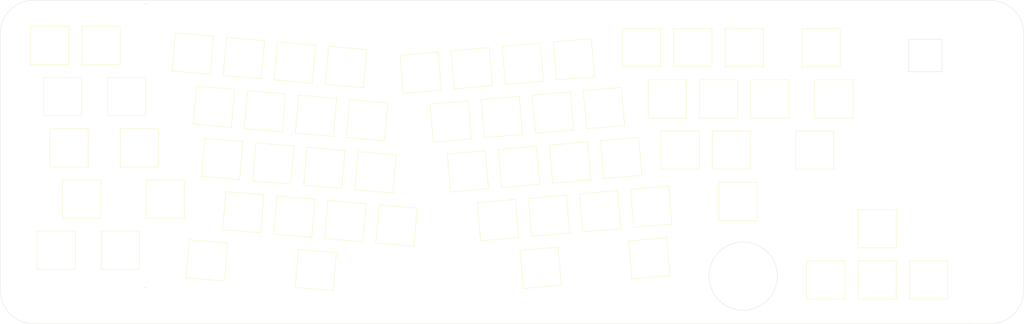
<source format=kicad_pcb>
(kicad_pcb (version 20221018) (generator pcbnew)
  (layers (0 "F.Cu" signal) (31 "B.Cu" signal) (34 "B.Paste" user) (35 "F.Paste" user) (36 "B.SilkS" user "B.Silkscreen") (37 "F.SilkS" user "F.Silkscreen") (38 "B.Mask" user) (39 "F.Mask" user) (44 "Edge.Cuts" user))
  (net 0 "")
  (footprint "Switch_Keyboard_Hotswap_Kailh:SW_Kailh_MX_top plate" (layer "F.Cu") (at 49.274979 111.548197)
    (fp_text reference "K_TAB" hide)
    (fp_text value "KEYSW" hide)
    (fp_line (start -7.1 -7.1) (end -7.1 7.1) (stroke (width 0.12)) (layer "F.SilkS"))
    (fp_line (start -7.1 7.1) (end 7.1 7.1) (stroke (width 0.12)) (layer "F.SilkS"))
    (fp_line (start 7.1 -7.1) (end -7.1 -7.1) (stroke (width 0.12)) (layer "F.SilkS"))
    (fp_line (start 7.1 7.1) (end 7.1 -7.1) (stroke (width 0.12)) (layer "F.SilkS"))
  )
  (footprint "Switch_Keyboard_Hotswap_Kailh:SW_Kailh_MX_top plate" (layer "F.Cu") (at 135.613537 98.854813 -5)
    (fp_text reference "K_4" hide)
    (fp_text value "KEYSW" hide)
    (fp_line (start -7.1 -7.1) (end -7.1 7.1) (stroke (width 0.12)) (layer "F.SilkS"))
    (fp_line (start -7.1 7.1) (end 7.1 7.1) (stroke (width 0.12)) (layer "F.SilkS"))
    (fp_line (start 7.1 -7.1) (end -7.1 -7.1) (stroke (width 0.12)) (layer "F.SilkS"))
    (fp_line (start 7.1 7.1) (end 7.1 -7.1) (stroke (width 0.12)) (layer "F.SilkS"))
  )
  (footprint "Switch_Keyboard_Hotswap_Kailh:SW_Kailh_MX_top plate" (layer "F.Cu") (at 370.958179 179.737803)
    (fp_text reference "K_RIGHT" hide)
    (fp_text value "KEYSW" hide)
    (fp_line (start -7.1 -7.1) (end -7.1 7.1) (stroke (width 0.12)) (layer "F.SilkS"))
    (fp_line (start -7.1 7.1) (end 7.1 7.1) (stroke (width 0.12)) (layer "F.SilkS"))
    (fp_line (start 7.1 -7.1) (end -7.1 -7.1) (stroke (width 0.12)) (layer "F.SilkS"))
    (fp_line (start 7.1 7.1) (end 7.1 -7.1) (stroke (width 0.12)) (layer "F.SilkS"))
  )
  (footprint "Switch_Keyboard_Hotswap_Kailh:SW_Kailh_MX_top plate" (layer "F.Cu") (at 218.856936 137.686884 5)
    (fp_text reference "K_J" hide)
    (fp_text value "KEYSW" hide)
    (fp_line (start -7.1 -7.1) (end -7.1 7.1) (stroke (width 0.12)) (layer "F.SilkS"))
    (fp_line (start -7.1 7.1) (end 7.1 7.1) (stroke (width 0.12)) (layer "F.SilkS"))
    (fp_line (start 7.1 -7.1) (end -7.1 -7.1) (stroke (width 0.12)) (layer "F.SilkS"))
    (fp_line (start 7.1 7.1) (end 7.1 -7.1) (stroke (width 0.12)) (layer "F.SilkS"))
  )
  (footprint "Switch_Keyboard_Hotswap_Kailh:SW_Kailh_MX_top plate" (layer "F.Cu") (at 292.975679 112.377803)
    (fp_text reference "K_CBRAC" hide)
    (fp_text value "KEYSW" hide)
    (fp_line (start -7.1 -7.1) (end -7.1 7.1) (stroke (width 0.12)) (layer "F.SilkS"))
    (fp_line (start -7.1 7.1) (end 7.1 7.1) (stroke (width 0.12)) (layer "F.SilkS"))
    (fp_line (start 7.1 -7.1) (end -7.1 -7.1) (stroke (width 0.12)) (layer "F.SilkS"))
    (fp_line (start 7.1 7.1) (end 7.1 -7.1) (stroke (width 0.12)) (layer "F.SilkS"))
  )
  (footprint "Switch_Keyboard_Hotswap_Kailh:SW_Kailh_MX_top plate" (layer "F.Cu") (at 300.196179 150.467803)
    (fp_text reference "K_SHIFT1" hide)
    (fp_text value "KEYSW" hide)
    (fp_line (start -7.1 -7.1) (end -7.1 7.1) (stroke (width 0.12)) (layer "F.SilkS"))
    (fp_line (start -7.1 7.1) (end 7.1 7.1) (stroke (width 0.12)) (layer "F.SilkS"))
    (fp_line (start 7.1 -7.1) (end -7.1 -7.1) (stroke (width 0.12)) (layer "F.SilkS"))
    (fp_line (start 7.1 7.1) (end 7.1 -7.1) (stroke (width 0.12)) (layer "F.SilkS"))
  )
  (footprint "Switch_Keyboard_Hotswap_Kailh:SW_Kailh_MX_top plate" (layer "F.Cu") (at 124.464464 117.002163 -5)
    (fp_text reference "K_E" hide)
    (fp_text value "KEYSW" hide)
    (fp_line (start -7.1 -7.1) (end -7.1 7.1) (stroke (width 0.12)) (layer "F.SilkS"))
    (fp_line (start -7.1 7.1) (end 7.1 7.1) (stroke (width 0.12)) (layer "F.SilkS"))
    (fp_line (start 7.1 -7.1) (end -7.1 -7.1) (stroke (width 0.12)) (layer "F.SilkS"))
    (fp_line (start 7.1 7.1) (end 7.1 -7.1) (stroke (width 0.12)) (layer "F.SilkS"))
  )
  (footprint "Switch_Keyboard_Hotswap_Kailh:SW_Kailh_MX_top plate" (layer "F.Cu") (at 312.025679 112.377803)
    (fp_text reference "K_OBRAC" hide)
    (fp_text value "KEYSW" hide)
    (fp_line (start -7.1 -7.1) (end -7.1 7.1) (stroke (width 0.12)) (layer "F.SilkS"))
    (fp_line (start -7.1 7.1) (end 7.1 7.1) (stroke (width 0.12)) (layer "F.SilkS"))
    (fp_line (start 7.1 -7.1) (end -7.1 -7.1) (stroke (width 0.12)) (layer "F.SilkS"))
    (fp_line (start 7.1 7.1) (end 7.1 -7.1) (stroke (width 0.12)) (layer "F.SilkS"))
  )
  (footprint "Switch_Keyboard_Hotswap_Kailh:SW_Kailh_MX_top plate" (layer "F.Cu") (at 201.30317 100.977105 5)
    (fp_text reference "K_7" hide)
    (fp_text value "KEYSW" hide)
    (fp_line (start -7.1 -7.1) (end -7.1 7.1) (stroke (width 0.12)) (layer "F.SilkS"))
    (fp_line (start -7.1 7.1) (end 7.1 7.1) (stroke (width 0.12)) (layer "F.SilkS"))
    (fp_line (start 7.1 -7.1) (end -7.1 -7.1) (stroke (width 0.12)) (layer "F.SilkS"))
    (fp_line (start 7.1 7.1) (end 7.1 -7.1) (stroke (width 0.12)) (layer "F.SilkS"))
  )
  (footprint "Switch_Keyboard_Hotswap_Kailh:SW_Kailh_MX_top plate" (layer "F.Cu") (at 278.688179 131.427803)
    (fp_text reference "K_SEMIC" hide)
    (fp_text value "KEYSW" hide)
    (fp_line (start -7.1 -7.1) (end -7.1 7.1) (stroke (width 0.12)) (layer "F.SilkS"))
    (fp_line (start -7.1 7.1) (end 7.1 7.1) (stroke (width 0.12)) (layer "F.SilkS"))
    (fp_line (start 7.1 -7.1) (end -7.1 -7.1) (stroke (width 0.12)) (layer "F.SilkS"))
    (fp_line (start 7.1 7.1) (end 7.1 -7.1) (stroke (width 0.12)) (layer "F.SilkS"))
  )
  (footprint "Switch_Keyboard_Hotswap_Kailh:SW_Kailh_MX_top plate" (layer "F.Cu") (at 135.376963 156.202419 -5)
    (fp_text reference "K_C" hide)
    (fp_text value "KEYSW" hide)
    (fp_line (start -7.1 -7.1) (end -7.1 7.1) (stroke (width 0.12)) (layer "F.SilkS"))
    (fp_line (start -7.1 7.1) (end 7.1 7.1) (stroke (width 0.12)) (layer "F.SilkS"))
    (fp_line (start 7.1 -7.1) (end -7.1 -7.1) (stroke (width 0.12)) (layer "F.SilkS"))
    (fp_line (start 7.1 7.1) (end 7.1 -7.1) (stroke (width 0.12)) (layer "F.SilkS"))
  )
  (footprint "Switch_Keyboard_Hotswap_Kailh:SW_Kailh_MX_top plate" (layer "F.Cu") (at 212.452242 119.124456 5)
    (fp_text reference "K_U" hide)
    (fp_text value "KEYSW" hide)
    (fp_line (start -7.1 -7.1) (end -7.1 7.1) (stroke (width 0.12)) (layer "F.SilkS"))
    (fp_line (start -7.1 7.1) (end 7.1 7.1) (stroke (width 0.12)) (layer "F.SilkS"))
    (fp_line (start 7.1 -7.1) (end -7.1 -7.1) (stroke (width 0.12)) (layer "F.SilkS"))
    (fp_line (start 7.1 7.1) (end 7.1 -7.1) (stroke (width 0.12)) (layer "F.SilkS"))
  )
  (footprint "Switch_Keyboard_Hotswap_Kailh:SW_Kailh_MX_top plate" (layer "F.Cu") (at 351.908179 179.737803)
    (fp_text reference "K_DOWN" hide)
    (fp_text value "KEYSW" hide)
    (fp_line (start -7.1 -7.1) (end -7.1 7.1) (stroke (width 0.12)) (layer "F.SilkS"))
    (fp_line (start -7.1 7.1) (end 7.1 7.1) (stroke (width 0.12)) (layer "F.SilkS"))
    (fp_line (start 7.1 -7.1) (end -7.1 -7.1) (stroke (width 0.12)) (layer "F.SilkS"))
    (fp_line (start 7.1 7.1) (end 7.1 -7.1) (stroke (width 0.12)) (layer "F.SilkS"))
  )
  (footprint "Switch_Keyboard_Hotswap_Kailh:SW_Kailh_MX_top plate" (layer "F.Cu") (at 77.849979 130.598197)
    (fp_text reference "K_A" hide)
    (fp_text value "KEYSW" hide)
    (fp_line (start -7.1 -7.1) (end -7.1 7.1) (stroke (width 0.12)) (layer "F.SilkS"))
    (fp_line (start -7.1 7.1) (end 7.1 7.1) (stroke (width 0.12)) (layer "F.SilkS"))
    (fp_line (start 7.1 -7.1) (end -7.1 -7.1) (stroke (width 0.12)) (layer "F.SilkS"))
    (fp_line (start 7.1 7.1) (end 7.1 -7.1) (stroke (width 0.12)) (layer "F.SilkS"))
  )
  (footprint "Switch_Keyboard_Hotswap_Kailh:SW_Kailh_MX_top plate" (layer "F.Cu") (at 116.636028 97.194496 -5)
    (fp_text reference "K_3" hide)
    (fp_text value "KEYSW" hide)
    (fp_line (start -7.1 -7.1) (end -7.1 7.1) (stroke (width 0.12)) (layer "F.SilkS"))
    (fp_line (start -7.1 7.1) (end 7.1 7.1) (stroke (width 0.12)) (layer "F.SilkS"))
    (fp_line (start 7.1 -7.1) (end -7.1 -7.1) (stroke (width 0.12)) (layer "F.SilkS"))
    (fp_line (start 7.1 7.1) (end 7.1 -7.1) (stroke (width 0.12)) (layer "F.SilkS"))
  )
  (footprint "Switch_Keyboard_Hotswap_Kailh:SW_Kailh_MX_top plate" (layer "F.Cu") (at 220.28068 99.316788 5)
    (fp_text reference "K_8" hide)
    (fp_text value "KEYSW" hide)
    (fp_line (start -7.1 -7.1) (end -7.1 7.1) (stroke (width 0.12)) (layer "F.SilkS"))
    (fp_line (start -7.1 7.1) (end 7.1 7.1) (stroke (width 0.12)) (layer "F.SilkS"))
    (fp_line (start 7.1 -7.1) (end -7.1 -7.1) (stroke (width 0.12)) (layer "F.SilkS"))
    (fp_line (start 7.1 7.1) (end 7.1 -7.1) (stroke (width 0.12)) (layer "F.SilkS"))
  )
  (footprint "Switch_Keyboard_Hotswap_Kailh:SW_Kailh_MX_top plate" (layer "F.Cu") (at 51.656229 130.598197)
    (fp_text reference "K_CAPS" hide)
    (fp_text value "KEYSW" hide)
    (fp_line (start -7.1 -7.1) (end -7.1 7.1) (stroke (width 0.12)) (layer "F.SilkS"))
    (fp_line (start -7.1 7.1) (end 7.1 7.1) (stroke (width 0.12)) (layer "F.SilkS"))
    (fp_line (start 7.1 -7.1) (end -7.1 -7.1) (stroke (width 0.12)) (layer "F.SilkS"))
    (fp_line (start 7.1 7.1) (end 7.1 -7.1) (stroke (width 0.12)) (layer "F.SilkS"))
  )
  (footprint "Switch_Keyboard_Hotswap_Kailh:SW_Kailh_MX_top plate" (layer "F.Cu") (at 105.486956 115.341847 -5)
    (fp_text reference "K_W" hide)
    (fp_text value "KEYSW" hide)
    (fp_line (start -7.1 -7.1) (end -7.1 7.1) (stroke (width 0.12)) (layer "F.SilkS"))
    (fp_line (start -7.1 7.1) (end 7.1 7.1) (stroke (width 0.12)) (layer "F.SilkS"))
    (fp_line (start 7.1 -7.1) (end -7.1 -7.1) (stroke (width 0.12)) (layer "F.SilkS"))
    (fp_line (start 7.1 7.1) (end 7.1 -7.1) (stroke (width 0.12)) (layer "F.SilkS"))
  )
  (footprint "Switch_Keyboard_Hotswap_Kailh:SW_Kailh_MX_top plate" (layer "F.Cu") (at 335.838179 112.377803)
    (fp_text reference "K_BSLSH" hide)
    (fp_text value "KEYSW" hide)
    (fp_line (start -7.1 -7.1) (end -7.1 7.1) (stroke (width 0.12)) (layer "F.SilkS"))
    (fp_line (start -7.1 7.1) (end 7.1 7.1) (stroke (width 0.12)) (layer "F.SilkS"))
    (fp_line (start 7.1 -7.1) (end -7.1 -7.1) (stroke (width 0.12)) (layer "F.SilkS"))
    (fp_line (start 7.1 7.1) (end 7.1 -7.1) (stroke (width 0.12)) (layer "F.SilkS"))
  )
  (footprint "Switch_Keyboard_Hotswap_Kailh:SW_Kailh_MX_top plate" (layer "F.Cu") (at 97.658518 95.53418 -5)
    (fp_text reference "K_2" hide)
    (fp_text value "KEYSW" hide)
    (fp_line (start -7.1 -7.1) (end -7.1 7.1) (stroke (width 0.12)) (layer "F.SilkS"))
    (fp_line (start -7.1 7.1) (end 7.1 7.1) (stroke (width 0.12)) (layer "F.SilkS"))
    (fp_line (start 7.1 -7.1) (end -7.1 -7.1) (stroke (width 0.12)) (layer "F.SilkS"))
    (fp_line (start 7.1 7.1) (end 7.1 -7.1) (stroke (width 0.12)) (layer "F.SilkS"))
  )
  (footprint "Switch_Keyboard_Hotswap_Kailh:SW_Kailh_MX_top plate" (layer "F.Cu") (at 267.961026 152.513602 5)
    (fp_text reference "K_DOT" hide)
    (fp_text value "KEYSW" hide)
    (fp_line (start -7.1 -7.1) (end -7.1 7.1) (stroke (width 0.12)) (layer "F.SilkS"))
    (fp_line (start -7.1 7.1) (end 7.1 7.1) (stroke (width 0.12)) (layer "F.SilkS"))
    (fp_line (start 7.1 -7.1) (end -7.1 -7.1) (stroke (width 0.12)) (layer "F.SilkS"))
    (fp_line (start 7.1 7.1) (end 7.1 -7.1) (stroke (width 0.12)) (layer "F.SilkS"))
  )
  (footprint "Switch_Keyboard_Hotswap_Kailh:SW_Kailh_MX_top plate" (layer "F.Cu") (at 143.441973 118.66248 -5)
    (fp_text reference "K_R" hide)
    (fp_text value "KEYSW" hide)
    (fp_line (start -7.1 -7.1) (end -7.1 7.1) (stroke (width 0.12)) (layer "F.SilkS"))
    (fp_line (start -7.1 7.1) (end 7.1 7.1) (stroke (width 0.12)) (layer "F.SilkS"))
    (fp_line (start 7.1 -7.1) (end -7.1 -7.1) (stroke (width 0.12)) (layer "F.SilkS"))
    (fp_line (start 7.1 7.1) (end 7.1 -7.1) (stroke (width 0.12)) (layer "F.SilkS"))
  )
  (footprint "Switch_Keyboard_Hotswap_Kailh:SW_Kailh_MX_top plate" (layer "F.Cu") (at 302.500679 93.327803)
    (fp_text reference "K_EQUAL" hide)
    (fp_text value "KEYSW" hide)
    (fp_line (start -7.1 -7.1) (end -7.1 7.1) (stroke (width 0.12)) (layer "F.SilkS"))
    (fp_line (start -7.1 7.1) (end 7.1 7.1) (stroke (width 0.12)) (layer "F.SilkS"))
    (fp_line (start 7.1 -7.1) (end -7.1 -7.1) (stroke (width 0.12)) (layer "F.SilkS"))
    (fp_line (start 7.1 7.1) (end 7.1 -7.1) (stroke (width 0.12)) (layer "F.SilkS"))
  )
  (footprint "Switch_Keyboard_Hotswap_Kailh:SW_Kailh_MX_top plate" (layer "F.Cu") (at 154.591046 100.51513 -5)
    (fp_text reference "K_5" hide)
    (fp_text value "KEYSW" hide)
    (fp_line (start -7.1 -7.1) (end -7.1 7.1) (stroke (width 0.12)) (layer "F.SilkS"))
    (fp_line (start -7.1 7.1) (end 7.1 7.1) (stroke (width 0.12)) (layer "F.SilkS"))
    (fp_line (start 7.1 -7.1) (end -7.1 -7.1) (stroke (width 0.12)) (layer "F.SilkS"))
    (fp_line (start 7.1 7.1) (end 7.1 -7.1) (stroke (width 0.12)) (layer "F.SilkS"))
  )
  (footprint "Switch_Keyboard_Hotswap_Kailh:SW_Kailh_MX_top plate" (layer "F.Cu") (at 162.419483 120.322797 -5)
    (fp_text reference "K_T" hide)
    (fp_text value "KEYSW" hide)
    (fp_line (start -7.1 -7.1) (end -7.1 7.1) (stroke (width 0.12)) (layer "F.SilkS"))
    (fp_line (start -7.1 7.1) (end 7.1 7.1) (stroke (width 0.12)) (layer "F.SilkS"))
    (fp_line (start 7.1 -7.1) (end -7.1 -7.1) (stroke (width 0.12)) (layer "F.SilkS"))
    (fp_line (start 7.1 7.1) (end 7.1 -7.1) (stroke (width 0.12)) (layer "F.SilkS"))
  )
  (footprint "Switch_Keyboard_Hotswap_Kailh:SW_Kailh_MX_top plate" (layer "F.Cu") (at 248.983517 154.173919 5)
    (fp_text reference "K_COMMA" hide)
    (fp_text value "KEYSW" hide)
    (fp_line (start -7.1 -7.1) (end -7.1 7.1) (stroke (width 0.12)) (layer "F.SilkS"))
    (fp_line (start -7.1 7.1) (end 7.1 7.1) (stroke (width 0.12)) (layer "F.SilkS"))
    (fp_line (start 7.1 -7.1) (end -7.1 -7.1) (stroke (width 0.12)) (layer "F.SilkS"))
    (fp_line (start 7.1 7.1) (end 7.1 -7.1) (stroke (width 0.12)) (layer "F.SilkS"))
  )
  (footprint "Switch_Keyboard_Hotswap_Kailh:SW_Kailh_MX_top plate" (layer "F.Cu") (at 267.249154 171.69865 5)
    (fp_text reference "K_ALT1" hide)
    (fp_text value "KEYSW" hide)
    (fp_line (start -7.1 -7.1) (end -7.1 7.1) (stroke (width 0.12)) (layer "F.SilkS"))
    (fp_line (start -7.1 7.1) (end 7.1 7.1) (stroke (width 0.12)) (layer "F.SilkS"))
    (fp_line (start 7.1 -7.1) (end -7.1 -7.1) (stroke (width 0.12)) (layer "F.SilkS"))
    (fp_line (start 7.1 7.1) (end 7.1 -7.1) (stroke (width 0.12)) (layer "F.SilkS"))
  )
  (footprint "Switch_Keyboard_Hotswap_Kailh:SW_Kailh_MX_top plate" (layer "F.Cu") (at 231.429751 117.464139 5)
    (fp_text reference "K_I" hide)
    (fp_text value "KEYSW" hide)
    (fp_line (start -7.1 -7.1) (end -7.1 7.1) (stroke (width 0.12)) (layer "F.SilkS"))
    (fp_line (start -7.1 7.1) (end 7.1 7.1) (stroke (width 0.12)) (layer "F.SilkS"))
    (fp_line (start 7.1 -7.1) (end -7.1 -7.1) (stroke (width 0.12)) (layer "F.SilkS"))
    (fp_line (start 7.1 7.1) (end 7.1 -7.1) (stroke (width 0.12)) (layer "F.SilkS"))
  )
  (footprint "Switch_Keyboard_Hotswap_Kailh:SW_Kailh_MX_top plate" (layer "F.Cu") (at 230.006007 155.834236 5)
    (fp_text reference "K_M" hide)
    (fp_text value "KEYSW" hide)
    (fp_line (start -7.1 -7.1) (end -7.1 7.1) (stroke (width 0.12)) (layer "F.SilkS"))
    (fp_line (start -7.1 7.1) (end 7.1 7.1) (stroke (width 0.12)) (layer "F.SilkS"))
    (fp_line (start 7.1 -7.1) (end -7.1 -7.1) (stroke (width 0.12)) (layer "F.SilkS"))
    (fp_line (start 7.1 7.1) (end 7.1 -7.1) (stroke (width 0.12)) (layer "F.SilkS"))
  )
  (footprint "Switch_Keyboard_Hotswap_Kailh:SW_Kailh_MX_top plate" (layer "F.Cu") (at 226.90539 175.238361 5)
    (fp_text reference "REF**" hide)
    (fp_text value "SW_Kailh_MX_top_plate" hide)
    (fp_line (start -7.1 -7.1) (end -7.1 7.1) (stroke (width 0.12)) (layer "F.SilkS"))
    (fp_line (start -7.1 7.1) (end 7.1 7.1) (stroke (width 0.12)) (layer "F.SilkS"))
    (fp_line (start 7.1 -7.1) (end -7.1 -7.1) (stroke (width 0.12)) (layer "F.SilkS"))
    (fp_line (start 7.1 7.1) (end 7.1 -7.1) (stroke (width 0.12)) (layer "F.SilkS"))
  )
  (footprint "Switch_Keyboard_Hotswap_Kailh:SW_Kailh_MX_top plate" (layer "F.Cu") (at 46.893729 168.698197)
    (fp_text reference "K_CTRL" hide)
    (fp_text value "KEYSW" hide)
    (fp_line (start -7.1 -7.1) (end -7.1 7.1) (stroke (width 0.12)) (layer "F.SilkS"))
    (fp_line (start -7.1 7.1) (end 7.1 7.1) (stroke (width 0.12)) (layer "F.SilkS"))
    (fp_line (start 7.1 -7.1) (end -7.1 -7.1) (stroke (width 0.12)) (layer "F.SilkS"))
    (fp_line (start 7.1 7.1) (end 7.1 -7.1) (stroke (width 0.12)) (layer "F.SilkS"))
  )
  (footprint "Switch_Keyboard_Hotswap_Kailh:SW_Kailh_MX_top plate" (layer "F.Cu") (at 199.879426 139.347202 5)
    (fp_text reference "K_H" hide)
    (fp_text value "KEYSW" hide)
    (fp_line (start -7.1 -7.1) (end -7.1 7.1) (stroke (width 0.12)) (layer "F.SilkS"))
    (fp_line (start -7.1 7.1) (end 7.1 7.1) (stroke (width 0.12)) (layer "F.SilkS"))
    (fp_line (start 7.1 -7.1) (end -7.1 -7.1) (stroke (width 0.12)) (layer "F.SilkS"))
    (fp_line (start 7.1 7.1) (end 7.1 -7.1) (stroke (width 0.12)) (layer "F.SilkS"))
  )
  (footprint "Switch_Keyboard_Hotswap_Kailh:SW_Kailh_MX_top plate" (layer "F.Cu") (at 250.40726 115.803822 5)
    (fp_text reference "K_O" hide)
    (fp_text value "KEYSW" hide)
    (fp_line (start -7.1 -7.1) (end -7.1 7.1) (stroke (width 0.12)) (layer "F.SilkS"))
    (fp_line (start -7.1 7.1) (end 7.1 7.1) (stroke (width 0.12)) (layer "F.SilkS"))
    (fp_line (start 7.1 -7.1) (end -7.1 -7.1) (stroke (width 0.12)) (layer "F.SilkS"))
    (fp_line (start 7.1 7.1) (end 7.1 -7.1) (stroke (width 0.12)) (layer "F.SilkS"))
  )
  (footprint "Switch_Keyboard_Hotswap_Kailh:SW_Kailh_MX_top plate" (layer "F.Cu") (at 239.258189 97.656471 5)
    (fp_text reference "K_9" hide)
    (fp_text value "KEYSW" hide)
    (fp_line (start -7.1 -7.1) (end -7.1 7.1) (stroke (width 0.12)) (layer "F.SilkS"))
    (fp_line (start -7.1 7.1) (end 7.1 7.1) (stroke (width 0.12)) (layer "F.SilkS"))
    (fp_line (start 7.1 -7.1) (end -7.1 -7.1) (stroke (width 0.12)) (layer "F.SilkS"))
    (fp_line (start 7.1 7.1) (end 7.1 -7.1) (stroke (width 0.12)) (layer "F.SilkS"))
  )
  (footprint "Switch_Keyboard_Hotswap_Kailh:SW_Kailh_MX_top plate" (layer "F.Cu") (at 127.548525 136.394752 -5)
    (fp_text reference "K_D" hide)
    (fp_text value "KEYSW" hide)
    (fp_line (start -7.1 -7.1) (end -7.1 7.1) (stroke (width 0.12)) (layer "F.SilkS"))
    (fp_line (start -7.1 7.1) (end 7.1 7.1) (stroke (width 0.12)) (layer "F.SilkS"))
    (fp_line (start 7.1 -7.1) (end -7.1 -7.1) (stroke (width 0.12)) (layer "F.SilkS"))
    (fp_line (start 7.1 7.1) (end 7.1 -7.1) (stroke (width 0.12)) (layer "F.SilkS"))
  )
  (footprint "Switch_Keyboard_Hotswap_Kailh:SW_Kailh_MX_top plate" (layer "F.Cu") (at 297.738179 131.427803)
    (fp_text reference "K_QUOTE" hide)
    (fp_text value "KEYSW" hide)
    (fp_line (start -7.1 -7.1) (end -7.1 7.1) (stroke (width 0.12)) (layer "F.SilkS"))
    (fp_line (start -7.1 7.1) (end 7.1 7.1) (stroke (width 0.12)) (layer "F.SilkS"))
    (fp_line (start 7.1 -7.1) (end -7.1 -7.1) (stroke (width 0.12)) (layer "F.SilkS"))
    (fp_line (start 7.1 7.1) (end 7.1 -7.1) (stroke (width 0.12)) (layer "F.SilkS"))
  )
  (footprint "Switch_Keyboard_Hotswap_Kailh:SW_Kailh_MX_top plate" (layer "F.Cu") (at 264.400679 93.327803)
    (fp_text reference "K_0" hide)
    (fp_text value "KEYSW" hide)
    (fp_line (start -7.1 -7.1) (end -7.1 7.1) (stroke (width 0.12)) (layer "F.SilkS"))
    (fp_line (start -7.1 7.1) (end 7.1 7.1) (stroke (width 0.12)) (layer "F.SilkS"))
    (fp_line (start 7.1 -7.1) (end -7.1 -7.1) (stroke (width 0.12)) (layer "F.SilkS"))
    (fp_line (start 7.1 7.1) (end 7.1 -7.1) (stroke (width 0.12)) (layer "F.SilkS"))
  )
  (footprint "Switch_Keyboard_Hotswap_Kailh:SW_Kailh_MX_top plate" (layer "F.Cu") (at 211.028498 157.494552 5)
    (fp_text reference "K_N" hide)
    (fp_text value "KEYSW" hide)
    (fp_line (start -7.1 -7.1) (end -7.1 7.1) (stroke (width 0.12)) (layer "F.SilkS"))
    (fp_line (start -7.1 7.1) (end 7.1 7.1) (stroke (width 0.12)) (layer "F.SilkS"))
    (fp_line (start 7.1 -7.1) (end -7.1 -7.1) (stroke (width 0.12)) (layer "F.SilkS"))
    (fp_line (start 7.1 7.1) (end 7.1 -7.1) (stroke (width 0.12)) (layer "F.SilkS"))
  )
  (footprint "Switch_Keyboard_Hotswap_Kailh:SW_Kailh_MX_top plate" (layer "F.Cu") (at 56.418729 149.648197)
    (fp_text reference "K_SHIFT" hide)
    (fp_text value "KEYSW" hide)
    (fp_line (start -7.1 -7.1) (end -7.1 7.1) (stroke (width 0.12)) (layer "F.SilkS"))
    (fp_line (start -7.1 7.1) (end 7.1 7.1) (stroke (width 0.12)) (layer "F.SilkS"))
    (fp_line (start 7.1 -7.1) (end -7.1 -7.1) (stroke (width 0.12)) (layer "F.SilkS"))
    (fp_line (start 7.1 7.1) (end 7.1 -7.1) (stroke (width 0.12)) (layer "F.SilkS"))
  )
  (footprint "Switch_Keyboard_Hotswap_Kailh:SW_Kailh_MX_top plate" (layer "F.Cu") (at 165.503543 139.715385 -5)
    (fp_text reference "K_G" hide)
    (fp_text value "KEYSW" hide)
    (fp_line (start -7.1 -7.1) (end -7.1 7.1) (stroke (width 0.12)) (layer "F.SilkS"))
    (fp_line (start -7.1 7.1) (end 7.1 7.1) (stroke (width 0.12)) (layer "F.SilkS"))
    (fp_line (start 7.1 -7.1) (end -7.1 -7.1) (stroke (width 0.12)) (layer "F.SilkS"))
    (fp_line (start 7.1 7.1) (end 7.1 -7.1) (stroke (width 0.12)) (layer "F.SilkS"))
  )
  (footprint "Switch_Keyboard_Hotswap_Kailh:SW_Kailh_MX_top plate" (layer "F.Cu") (at 44.512479 92.498197)
    (fp_text reference "K_`" hide)
    (fp_text value "KEYSW" hide)
    (fp_line (start -7.1 -7.1) (end -7.1 7.1) (stroke (width 0.12)) (layer "F.SilkS"))
    (fp_line (start -7.1 7.1) (end 7.1 7.1) (stroke (width 0.12)) (layer "F.SilkS"))
    (fp_line (start 7.1 -7.1) (end -7.1 -7.1) (stroke (width 0.12)) (layer "F.SilkS"))
    (fp_line (start 7.1 7.1) (end 7.1 -7.1) (stroke (width 0.12)) (layer "F.SilkS"))
  )
  (footprint "Switch_Keyboard_Hotswap_Kailh:SW_Kailh_MX_top plate" (layer "F.Cu") (at 154.354471 157.862736 -5)
    (fp_text reference "K_V" hide)
    (fp_text value "KEYSW" hide)
    (fp_line (start -7.1 -7.1) (end -7.1 7.1) (stroke (width 0.12)) (layer "F.SilkS"))
    (fp_line (start -7.1 7.1) (end 7.1 7.1) (stroke (width 0.12)) (layer "F.SilkS"))
    (fp_line (start 7.1 -7.1) (end -7.1 -7.1) (stroke (width 0.12)) (layer "F.SilkS"))
    (fp_line (start 7.1 7.1) (end 7.1 -7.1) (stroke (width 0.12)) (layer "F.SilkS"))
  )
  (footprint "Switch_Keyboard_Hotswap_Kailh:SW_Kailh_MX_top plate" (layer "F.Cu") (at 182.325661 102.637422 5)
    (fp_text reference "K_6" hide)
    (fp_text value "KEYSW" hide)
    (fp_line (start -7.1 -7.1) (end -7.1 7.1) (stroke (width 0.12)) (layer "F.SilkS"))
    (fp_line (start -7.1 7.1) (end 7.1 7.1) (stroke (width 0.12)) (layer "F.SilkS"))
    (fp_line (start 7.1 -7.1) (end -7.1 -7.1) (stroke (width 0.12)) (layer "F.SilkS"))
    (fp_line (start 7.1 7.1) (end 7.1 -7.1) (stroke (width 0.12)) (layer "F.SilkS"))
  )
  (footprint "Switch_Keyboard_Hotswap_Kailh:SW_Kailh_MX_top plate" (layer "F.Cu") (at 256.811954 134.366251 5)
    (fp_text reference "K_L" hide)
    (fp_text value "KEYSW" hide)
    (fp_line (start -7.1 -7.1) (end -7.1 7.1) (stroke (width 0.12)) (layer "F.SilkS"))
    (fp_line (start -7.1 7.1) (end 7.1 7.1) (stroke (width 0.12)) (layer "F.SilkS"))
    (fp_line (start 7.1 -7.1) (end -7.1 -7.1) (stroke (width 0.12)) (layer "F.SilkS"))
    (fp_line (start 7.1 7.1) (end 7.1 -7.1) (stroke (width 0.12)) (layer "F.SilkS"))
  )
  (footprint "Switch_Keyboard_Hotswap_Kailh:SW_Kailh_MX_top plate" (layer "F.Cu") (at 63.562479 92.498197)
    (fp_text reference "K_1" hide)
    (fp_text value "KEYSW" hide)
    (fp_line (start -7.1 -7.1) (end -7.1 7.1) (stroke (width 0.12)) (layer "F.SilkS"))
    (fp_line (start -7.1 7.1) (end 7.1 7.1) (stroke (width 0.12)) (layer "F.SilkS"))
    (fp_line (start 7.1 -7.1) (end -7.1 -7.1) (stroke (width 0.12)) (layer "F.SilkS"))
    (fp_line (start 7.1 7.1) (end 7.1 -7.1) (stroke (width 0.12)) (layer "F.SilkS"))
  )
  (footprint "Switch_Keyboard_Hotswap_Kailh:SW_Kailh_MX_top plate" (layer "F.Cu") (at 193.474733 120.784772 5)
    (fp_text reference "K_Y" hide)
    (fp_text value "KEYSW" hide)
    (fp_line (start -7.1 -7.1) (end -7.1 7.1) (stroke (width 0.12)) (layer "F.SilkS"))
    (fp_line (start -7.1 7.1) (end 7.1 7.1) (stroke (width 0.12)) (layer "F.SilkS"))
    (fp_line (start 7.1 -7.1) (end -7.1 -7.1) (stroke (width 0.12)) (layer "F.SilkS"))
    (fp_line (start 7.1 7.1) (end 7.1 -7.1) (stroke (width 0.12)) (layer "F.SilkS"))
  )
  (footprint "Switch_Keyboard_Hotswap_Kailh:SW_Kailh_MX_top plate" (layer "F.Cu") (at 328.694429 131.427803)
    (fp_text reference "K_ENTER" hide)
    (fp_text value "KEYSW" hide)
    (fp_line (start -7.1 -7.1) (end -7.1 7.1) (stroke (width 0.12)) (layer "F.SilkS"))
    (fp_line (start -7.1 7.1) (end 7.1 7.1) (stroke (width 0.12)) (layer "F.SilkS"))
    (fp_line (start 7.1 -7.1) (end -7.1 -7.1) (stroke (width 0.12)) (layer "F.SilkS"))
    (fp_line (start 7.1 7.1) (end 7.1 -7.1) (stroke (width 0.12)) (layer "F.SilkS"))
  )
  (footprint "Switch_Keyboard_Hotswap_Kailh:SW_Kailh_MX_top plate" (layer "F.Cu") (at 87.374979 149.648197)
    (fp_text reference "K_Z" hide)
    (fp_text value "KEYSW" hide)
    (fp_line (start -7.1 -7.1) (end -7.1 7.1) (stroke (width 0.12)) (layer "F.SilkS"))
    (fp_line (start -7.1 7.1) (end 7.1 7.1) (stroke (width 0.12)) (layer "F.SilkS"))
    (fp_line (start 7.1 -7.1) (end -7.1 -7.1) (stroke (width 0.12)) (layer "F.SilkS"))
    (fp_line (start 7.1 7.1) (end 7.1 -7.1) (stroke (width 0.12)) (layer "F.SilkS"))
  )
  (footprint "Switch_Keyboard_Hotswap_Kailh:SW_Kailh_MX_top plate" (layer "F.Cu") (at 331.075679 93.327803)
    (fp_text reference "K_BACKSPACE" hide)
    (fp_text value "KEYSW" hide)
    (fp_line (start -7.1 -7.1) (end -7.1 7.1) (stroke (width 0.12)) (layer "F.SilkS"))
    (fp_line (start -7.1 7.1) (end 7.1 7.1) (stroke (width 0.12)) (layer "F.SilkS"))
    (fp_line (start 7.1 -7.1) (end -7.1 -7.1) (stroke (width 0.12)) (layer "F.SilkS"))
    (fp_line (start 7.1 7.1) (end 7.1 -7.1) (stroke (width 0.12)) (layer "F.SilkS"))
  )
  (footprint "Switch_Keyboard_Hotswap_Kailh:SW_Kailh_MX_top plate" (layer "F.Cu") (at 102.878194 172.481912 -5)
    (fp_text reference "K_ALT" hide)
    (fp_text value "KEYSW" hide)
    (fp_line (start -7.1 -7.1) (end -7.1 7.1) (stroke (width 0.12)) (layer "F.SilkS"))
    (fp_line (start -7.1 7.1) (end 7.1 7.1) (stroke (width 0.12)) (layer "F.SilkS"))
    (fp_line (start 7.1 -7.1) (end -7.1 -7.1) (stroke (width 0.12)) (layer "F.SilkS"))
    (fp_line (start 7.1 7.1) (end 7.1 -7.1) (stroke (width 0.12)) (layer "F.SilkS"))
  )
  (footprint "Switch_Keyboard_Hotswap_Kailh:SW_Kailh_MX_top plate" (layer "F.Cu") (at 283.450679 93.327803)
    (fp_text reference "K_MINUS" hide)
    (fp_text value "KEYSW" hide)
    (fp_line (start -7.1 -7.1) (end -7.1 7.1) (stroke (width 0.12)) (layer "F.SilkS"))
    (fp_line (start -7.1 7.1) (end 7.1 7.1) (stroke (width 0.12)) (layer "F.SilkS"))
    (fp_line (start 7.1 -7.1) (end -7.1 -7.1) (stroke (width 0.12)) (layer "F.SilkS"))
    (fp_line (start 7.1 7.1) (end 7.1 -7.1) (stroke (width 0.12)) (layer "F.SilkS"))
  )
  (footprint "Switch_Keyboard_Hotswap_Kailh:SW_Kailh_MX_top plate" (layer "F.Cu") (at 351.908179 160.687803)
    (fp_text reference "K_UP" hide)
    (fp_text value "KEYSW" hide)
    (fp_line (start -7.1 -7.1) (end -7.1 7.1) (stroke (width 0.12)) (layer "F.SilkS"))
    (fp_line (start -7.1 7.1) (end 7.1 7.1) (stroke (width 0.12)) (layer "F.SilkS"))
    (fp_line (start 7.1 -7.1) (end -7.1 -7.1) (stroke (width 0.12)) (layer "F.SilkS"))
    (fp_line (start 7.1 7.1) (end 7.1 -7.1) (stroke (width 0.12)) (layer "F.SilkS"))
  )
  (footprint "Switch_Keyboard_Hotswap_Kailh:SW_Kailh_MX_top plate" (layer "F.Cu") (at 143.367158 176.054353 -5)
    (fp_text reference "REF**" hide)
    (fp_text value "SW_Kailh_MX_top_plate" hide)
    (fp_line (start -7.1 -7.1) (end -7.1 7.1) (stroke (width 0.12)) (layer "F.SilkS"))
    (fp_line (start -7.1 7.1) (end 7.1 7.1) (stroke (width 0.12)) (layer "F.SilkS"))
    (fp_line (start 7.1 -7.1) (end -7.1 -7.1) (stroke (width 0.12)) (layer "F.SilkS"))
    (fp_line (start 7.1 7.1) (end 7.1 -7.1) (stroke (width 0.12)) (layer "F.SilkS"))
  )
  (footprint "Switch_Keyboard_Hotswap_Kailh:SW_Kailh_MX_top plate" (layer "F.Cu") (at 108.571016 134.734435 -5)
    (fp_text reference "K_S" hide)
    (fp_text value "KEYSW" hide)
    (fp_line (start -7.1 -7.1) (end -7.1 7.1) (stroke (width 0.12)) (layer "F.SilkS"))
    (fp_line (start -7.1 7.1) (end 7.1 7.1) (stroke (width 0.12)) (layer "F.SilkS"))
    (fp_line (start 7.1 -7.1) (end -7.1 -7.1) (stroke (width 0.12)) (layer "F.SilkS"))
    (fp_line (start 7.1 7.1) (end 7.1 -7.1) (stroke (width 0.12)) (layer "F.SilkS"))
  )
  (footprint "Switch_Keyboard_Hotswap_Kailh:SW_Kailh_MX_top plate" (layer "F.Cu") (at 273.925679 112.377803)
    (fp_text reference "K_P" hide)
    (fp_text value "KEYSW" hide)
    (fp_line (start -7.1 -7.1) (end -7.1 7.1) (stroke (width 0.12)) (layer "F.SilkS"))
    (fp_line (start -7.1 7.1) (end 7.1 7.1) (stroke (width 0.12)) (layer "F.SilkS"))
    (fp_line (start 7.1 -7.1) (end -7.1 -7.1) (stroke (width 0.12)) (layer "F.SilkS"))
    (fp_line (start 7.1 7.1) (end 7.1 -7.1) (stroke (width 0.12)) (layer "F.SilkS"))
  )
  (footprint "Switch_Keyboard_Hotswap_Kailh:SW_Kailh_MX_top plate" (layer "F.Cu") (at 332.858179 179.737803)
    (fp_text reference "K_LEFT" hide)
    (fp_text value "KEYSW" hide)
    (fp_line (start -7.1 -7.1) (end -7.1 7.1) (stroke (width 0.12)) (layer "F.SilkS"))
    (fp_line (start -7.1 7.1) (end 7.1 7.1) (stroke (width 0.12)) (layer "F.SilkS"))
    (fp_line (start 7.1 -7.1) (end -7.1 -7.1) (stroke (width 0.12)) (layer "F.SilkS"))
    (fp_line (start 7.1 7.1) (end 7.1 -7.1) (stroke (width 0.12)) (layer "F.SilkS"))
  )
  (footprint "Switch_Keyboard_Hotswap_Kailh:SW_Kailh_MX_top plate" (layer "F.Cu") (at 146.526034 138.055069 -5)
    (fp_text reference "K_F" hide)
    (fp_text value "KEYSW" hide)
    (fp_line (start -7.1 -7.1) (end -7.1 7.1) (stroke (width 0.12)) (layer "F.SilkS"))
    (fp_line (start -7.1 7.1) (end 7.1 7.1) (stroke (width 0.12)) (layer "F.SilkS"))
    (fp_line (start 7.1 -7.1) (end -7.1 -7.1) (stroke (width 0.12)) (layer "F.SilkS"))
    (fp_line (start 7.1 7.1) (end 7.1 -7.1) (stroke (width 0.12)) (layer "F.SilkS"))
  )
  (footprint "Switch_Keyboard_Hotswap_Kailh:SW_Kailh_MX_top plate" (layer "F.Cu") (at 70.706229 168.698197)
    (fp_text reference "K_WIN" hide)
    (fp_text value "KEYSW" hide)
    (fp_line (start -7.1 -7.1) (end -7.1 7.1) (stroke (width 0.12)) (layer "F.SilkS"))
    (fp_line (start -7.1 7.1) (end 7.1 7.1) (stroke (width 0.12)) (layer "F.SilkS"))
    (fp_line (start 7.1 -7.1) (end -7.1 -7.1) (stroke (width 0.12)) (layer "F.SilkS"))
    (fp_line (start 7.1 7.1) (end 7.1 -7.1) (stroke (width 0.12)) (layer "F.SilkS"))
  )
  (footprint "Switch_Keyboard_Hotswap_Kailh:SW_Kailh_MX_top plate" (layer "F.Cu") (at 237.834444 136.026568 5)
    (fp_text reference "K_K" hide)
    (fp_text value "KEYSW" hide)
    (fp_line (start -7.1 -7.1) (end -7.1 7.1) (stroke (width 0.12)) (layer "F.SilkS"))
    (fp_line (start -7.1 7.1) (end 7.1 7.1) (stroke (width 0.12)) (layer "F.SilkS"))
    (fp_line (start 7.1 -7.1) (end -7.1 -7.1) (stroke (width 0.12)) (layer "F.SilkS"))
    (fp_line (start 7.1 7.1) (end 7.1 -7.1) (stroke (width 0.12)) (layer "F.SilkS"))
  )
  (footprint "Switch_Keyboard_Hotswap_Kailh:SW_Kailh_MX_top plate" (layer "F.Cu") (at 173.33198 159.523053 -5)
    (fp_text reference "K_B" hide)
    (fp_text value "KEYSW" hide)
    (fp_line (start -7.1 -7.1) (end -7.1 7.1) (stroke (width 0.12)) (layer "F.SilkS"))
    (fp_line (start -7.1 7.1) (end 7.1 7.1) (stroke (width 0.12)) (layer "F.SilkS"))
    (fp_line (start 7.1 -7.1) (end -7.1 -7.1) (stroke (width 0.12)) (layer "F.SilkS"))
    (fp_line (start 7.1 7.1) (end 7.1 -7.1) (stroke (width 0.12)) (layer "F.SilkS"))
  )
  (footprint "Switch_Keyboard_Hotswap_Kailh:SW_Kailh_MX_top plate" (layer "F.Cu") (at 116.399454 154.542102 -5)
    (fp_text reference "K_X" hide)
    (fp_text value "KEYSW" hide)
    (fp_line (start -7.1 -7.1) (end -7.1 7.1) (stroke (width 0.12)) (layer "F.SilkS"))
    (fp_line (start -7.1 7.1) (end 7.1 7.1) (stroke (width 0.12)) (layer "F.SilkS"))
    (fp_line (start 7.1 -7.1) (end -7.1 -7.1) (stroke (width 0.12)) (layer "F.SilkS"))
    (fp_line (start 7.1 7.1) (end 7.1 -7.1) (stroke (width 0.12)) (layer "F.SilkS"))
  )
  (footprint "Switch_Keyboard_Hotswap_Kailh:SW_Kailh_MX_top plate" (layer "F.Cu") (at 73.087479 111.548197)
    (fp_text reference "K_Q" hide)
    (fp_text value "KEYSW" hide)
    (fp_line (start -7.1 -7.1) (end -7.1 7.1) (stroke (width 0.12)) (layer "F.SilkS"))
    (fp_line (start -7.1 7.1) (end 7.1 7.1) (stroke (width 0.12)) (layer "F.SilkS"))
    (fp_line (start 7.1 -7.1) (end -7.1 -7.1) (stroke (width 0.12)) (layer "F.SilkS"))
    (fp_line (start 7.1 7.1) (end 7.1 -7.1) (stroke (width 0.12)) (layer "F.SilkS"))
  )
  (gr_arc (start 26.071861 88.335962) (mid 29.791605 79.355706) (end 38.771861 75.635962) (stroke (width 0.1)) (layer "Edge.Cuts"))
  (gr_arc (start 80.086229 77.203197) (mid 80.086229 77.203197) (end 80.086229 77.203197) (stroke (width 0.2)) (layer "Edge.Cuts"))
  (gr_arc (start 393.72636 75.653528) (mid 402.706614 79.373274) (end 406.42636 88.353528) (stroke (width 0.1)) (layer "Edge.Cuts"))
  (gr_arc (start 406.42636 183.385369) (mid 402.706611 192.36562) (end 393.72636 196.085369) (stroke (width 0.1)) (layer "Edge.Cuts"))
  (gr_line (start 376.304557 196.067803) (end 38.771861 196.067803) (stroke (width 0.1)) (layer "Edge.Cuts"))
  (gr_line (start 38.771861 75.635962) (end 376.304557 75.635962) (stroke (width 0.1)) (layer "Edge.Cuts"))
  (gr_arc (start 38.771861 196.067803) (mid 29.791614 192.34805) (end 26.071861 183.367803) (stroke (width 0.1)) (layer "Edge.Cuts"))
  (gr_line (start 393.72636 75.653528) (end 376.304557 75.635962) (stroke (width 0.1)) (layer "Edge.Cuts"))
  (gr_rect (start 363.592774 90.226412) (end 376.000343 102.299545) (stroke (width 0.1)) (fill none) (layer "Edge.Cuts"))
  (gr_arc (start 80.086229 182.453197) (mid 80.086229 182.453197) (end 80.086229 182.453197) (stroke (width 0.2)) (layer "Edge.Cuts"))
  (gr_line (start 26.071861 183.367803) (end 26.071861 88.335962) (stroke (width 0.1)) (layer "Edge.Cuts"))
  (gr_line (start 393.72636 196.085369) (end 376.304557 196.067803) (stroke (width 0.1)) (layer "Edge.Cuts"))
  (gr_line (start 406.42636 88.353528) (end 406.42636 183.385369) (stroke (width 0.1)) (layer "Edge.Cuts"))
  (gr_circle (center 302.131049 178.33431) (end 314.831049 178.33431) (stroke (width 0.1)) (fill none) (layer "Edge.Cuts"))
)
</source>
